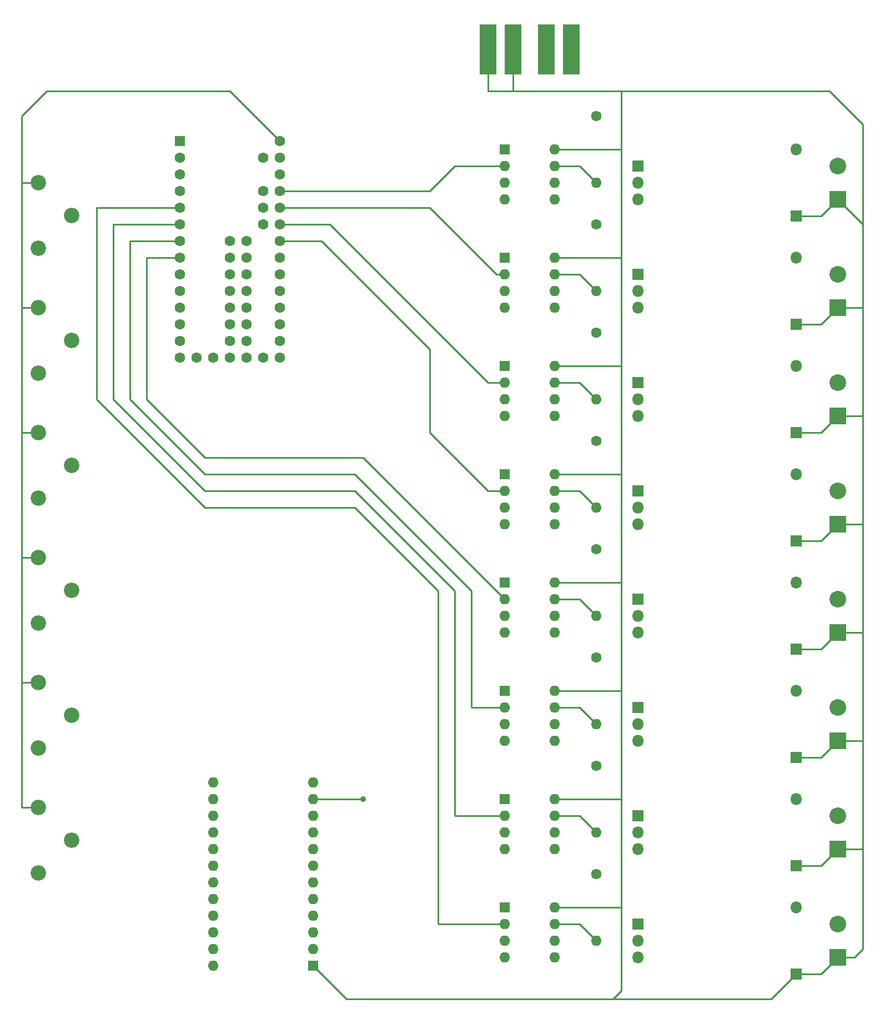
<source format=gtl>
G04 #@! TF.FileFunction,Copper,L1,Top,Signal*
%FSLAX46Y46*%
G04 Gerber Fmt 4.6, Leading zero omitted, Abs format (unit mm)*
G04 Created by KiCad (PCBNEW (2017-02-01 revision d1f8dbb)-4.0) date Tue Apr 11 00:13:50 2017*
%MOMM*%
%LPD*%
G01*
G04 APERTURE LIST*
%ADD10C,0.150000*%
%ADD11R,1.800000X1.800000*%
%ADD12O,1.800000X1.800000*%
%ADD13R,1.600000X1.600000*%
%ADD14O,1.600000X1.600000*%
%ADD15C,1.600000*%
%ADD16C,2.340000*%
%ADD17R,2.540000X7.620000*%
%ADD18R,2.540000X2.540000*%
%ADD19C,2.540000*%
%ADD20C,0.889000*%
%ADD21C,0.254000*%
G04 APERTURE END LIST*
D10*
D11*
X162560000Y-74930000D03*
D12*
X162560000Y-77470000D03*
X162560000Y-80010000D03*
D11*
X162560000Y-173990000D03*
D12*
X162560000Y-176530000D03*
X162560000Y-179070000D03*
D13*
X113030000Y-196850000D03*
D14*
X97790000Y-168910000D03*
X113030000Y-194310000D03*
X97790000Y-171450000D03*
X113030000Y-191770000D03*
X97790000Y-173990000D03*
X113030000Y-189230000D03*
X97790000Y-176530000D03*
X113030000Y-186690000D03*
X97790000Y-179070000D03*
X113030000Y-184150000D03*
X97790000Y-181610000D03*
X113030000Y-181610000D03*
X97790000Y-184150000D03*
X113030000Y-179070000D03*
X97790000Y-186690000D03*
X113030000Y-176530000D03*
X97790000Y-189230000D03*
X113030000Y-173990000D03*
X97790000Y-191770000D03*
X113030000Y-171450000D03*
X97790000Y-194310000D03*
X113030000Y-168910000D03*
X97790000Y-196850000D03*
D13*
X142240000Y-187960000D03*
D14*
X149860000Y-195580000D03*
X142240000Y-190500000D03*
X149860000Y-193040000D03*
X142240000Y-193040000D03*
X149860000Y-190500000D03*
X142240000Y-195580000D03*
X149860000Y-187960000D03*
D15*
X100330000Y-104140000D03*
X102870000Y-104140000D03*
X105410000Y-104140000D03*
X107950000Y-104140000D03*
X97790000Y-104140000D03*
X95250000Y-104140000D03*
X92710000Y-104140000D03*
X107950000Y-101600000D03*
X107950000Y-99060000D03*
X107950000Y-96520000D03*
X107950000Y-93980000D03*
X107950000Y-91440000D03*
X107950000Y-88900000D03*
X107950000Y-86360000D03*
X107950000Y-83820000D03*
X107950000Y-81280000D03*
X107950000Y-78740000D03*
X107950000Y-76200000D03*
X107950000Y-73660000D03*
X107950000Y-71120000D03*
X105410000Y-73660000D03*
X105410000Y-78740000D03*
X105410000Y-81280000D03*
X105410000Y-83820000D03*
X92710000Y-101600000D03*
X92710000Y-99060000D03*
X92710000Y-96520000D03*
X92710000Y-93980000D03*
X92710000Y-91440000D03*
X92710000Y-88900000D03*
X92710000Y-86360000D03*
X92710000Y-83820000D03*
X92710000Y-81280000D03*
X92710000Y-78740000D03*
X92710000Y-76200000D03*
X92710000Y-73660000D03*
D13*
X92710000Y-71120000D03*
D15*
X100330000Y-86360000D03*
X100330000Y-88900000D03*
X100330000Y-91440000D03*
X100330000Y-93980000D03*
X100330000Y-96520000D03*
X100330000Y-99060000D03*
X100330000Y-101600000D03*
X102870000Y-101600000D03*
X102870000Y-99060000D03*
X102870000Y-96520000D03*
X102870000Y-93980000D03*
X102870000Y-91440000D03*
X102870000Y-88900000D03*
X102870000Y-86360000D03*
D13*
X142240000Y-171450000D03*
D14*
X149860000Y-179070000D03*
X142240000Y-173990000D03*
X149860000Y-176530000D03*
X142240000Y-176530000D03*
X149860000Y-173990000D03*
X142240000Y-179070000D03*
X149860000Y-171450000D03*
D13*
X142240000Y-154940000D03*
D14*
X149860000Y-162560000D03*
X142240000Y-157480000D03*
X149860000Y-160020000D03*
X142240000Y-160020000D03*
X149860000Y-157480000D03*
X142240000Y-162560000D03*
X149860000Y-154940000D03*
D13*
X142240000Y-138430000D03*
D14*
X149860000Y-146050000D03*
X142240000Y-140970000D03*
X149860000Y-143510000D03*
X142240000Y-143510000D03*
X149860000Y-140970000D03*
X142240000Y-146050000D03*
X149860000Y-138430000D03*
D13*
X142240000Y-72390000D03*
D14*
X149860000Y-80010000D03*
X142240000Y-74930000D03*
X149860000Y-77470000D03*
X142240000Y-77470000D03*
X149860000Y-74930000D03*
X142240000Y-80010000D03*
X149860000Y-72390000D03*
D13*
X142240000Y-88900000D03*
D14*
X149860000Y-96520000D03*
X142240000Y-91440000D03*
X149860000Y-93980000D03*
X142240000Y-93980000D03*
X149860000Y-91440000D03*
X142240000Y-96520000D03*
X149860000Y-88900000D03*
D13*
X142240000Y-105410000D03*
D14*
X149860000Y-113030000D03*
X142240000Y-107950000D03*
X149860000Y-110490000D03*
X142240000Y-110490000D03*
X149860000Y-107950000D03*
X142240000Y-113030000D03*
X149860000Y-105410000D03*
D13*
X142240000Y-121920000D03*
D14*
X149860000Y-129540000D03*
X142240000Y-124460000D03*
X149860000Y-127000000D03*
X142240000Y-127000000D03*
X149860000Y-124460000D03*
X142240000Y-129540000D03*
X149860000Y-121920000D03*
D16*
X71120000Y-87470000D03*
X76120000Y-82470000D03*
X71120000Y-77470000D03*
X71120000Y-106520000D03*
X76120000Y-101520000D03*
X71120000Y-96520000D03*
X71120000Y-125570000D03*
X76120000Y-120570000D03*
X71120000Y-115570000D03*
X71120000Y-182720000D03*
X76120000Y-177720000D03*
X71120000Y-172720000D03*
X71120000Y-144620000D03*
X76120000Y-139620000D03*
X71120000Y-134620000D03*
X71120000Y-163670000D03*
X76120000Y-158670000D03*
X71120000Y-153670000D03*
D17*
X152400000Y-57150000D03*
X143510000Y-57150000D03*
X139700000Y-57150000D03*
X148590000Y-57150000D03*
D11*
X186690000Y-198120000D03*
D12*
X186690000Y-187960000D03*
D11*
X186690000Y-181610000D03*
D12*
X186690000Y-171450000D03*
D11*
X186690000Y-165100000D03*
D12*
X186690000Y-154940000D03*
D11*
X186690000Y-148590000D03*
D12*
X186690000Y-138430000D03*
D11*
X186690000Y-82550000D03*
D12*
X186690000Y-72390000D03*
D11*
X186690000Y-99060000D03*
D12*
X186690000Y-88900000D03*
D11*
X186690000Y-115570000D03*
D12*
X186690000Y-105410000D03*
D15*
X156210000Y-182880000D03*
D14*
X156210000Y-193040000D03*
D15*
X156210000Y-166370000D03*
D14*
X156210000Y-176530000D03*
D15*
X156210000Y-149860000D03*
D14*
X156210000Y-160020000D03*
D15*
X156210000Y-100330000D03*
D14*
X156210000Y-110490000D03*
D15*
X156210000Y-116840000D03*
D14*
X156210000Y-127000000D03*
D15*
X156210000Y-133350000D03*
D14*
X156210000Y-143510000D03*
D15*
X156210000Y-67310000D03*
D14*
X156210000Y-77470000D03*
D15*
X156210000Y-83820000D03*
D14*
X156210000Y-93980000D03*
D18*
X193040000Y-195580000D03*
D19*
X193040000Y-190500000D03*
D18*
X193040000Y-179070000D03*
D19*
X193040000Y-173990000D03*
D18*
X193040000Y-162560000D03*
D19*
X193040000Y-157480000D03*
D18*
X193040000Y-146050000D03*
D19*
X193040000Y-140970000D03*
D18*
X193040000Y-80010000D03*
D19*
X193040000Y-74930000D03*
D18*
X193040000Y-96520000D03*
D19*
X193040000Y-91440000D03*
D18*
X193040000Y-113030000D03*
D19*
X193040000Y-107950000D03*
D18*
X193040000Y-129540000D03*
D19*
X193040000Y-124460000D03*
D11*
X186690000Y-132080000D03*
D12*
X186690000Y-121920000D03*
D11*
X162560000Y-190500000D03*
D12*
X162560000Y-193040000D03*
X162560000Y-195580000D03*
D11*
X162560000Y-157480000D03*
D12*
X162560000Y-160020000D03*
X162560000Y-162560000D03*
D11*
X162560000Y-140970000D03*
D12*
X162560000Y-143510000D03*
X162560000Y-146050000D03*
D11*
X162560000Y-91440000D03*
D12*
X162560000Y-93980000D03*
X162560000Y-96520000D03*
D11*
X162560000Y-107950000D03*
D12*
X162560000Y-110490000D03*
X162560000Y-113030000D03*
D11*
X162560000Y-124460000D03*
D12*
X162560000Y-127000000D03*
X162560000Y-129540000D03*
D20*
X120650000Y-171450000D03*
D21*
X149860000Y-190500000D02*
X153670000Y-190500000D01*
X153670000Y-190500000D02*
X156210000Y-193040000D01*
X149860000Y-157480000D02*
X153670000Y-157480000D01*
X153670000Y-157480000D02*
X156210000Y-160020000D01*
X149860000Y-107950000D02*
X153670000Y-107950000D01*
X153670000Y-107950000D02*
X156210000Y-110490000D01*
X160020000Y-72390000D02*
X160020000Y-63500000D01*
X160020000Y-88900000D02*
X160020000Y-72390000D01*
X160020000Y-72390000D02*
X149860000Y-72390000D01*
X160020000Y-105410000D02*
X160020000Y-88900000D01*
X160020000Y-88900000D02*
X149860000Y-88900000D01*
X160020000Y-121920000D02*
X160020000Y-105410000D01*
X160020000Y-105410000D02*
X149860000Y-105410000D01*
X160020000Y-138430000D02*
X160020000Y-121920000D01*
X160020000Y-121920000D02*
X149860000Y-121920000D01*
X160020000Y-154940000D02*
X160020000Y-138430000D01*
X160020000Y-138430000D02*
X149860000Y-138430000D01*
X196850000Y-83820000D02*
X196850000Y-68580000D01*
X196850000Y-68580000D02*
X191770000Y-63500000D01*
X191770000Y-63500000D02*
X160020000Y-63500000D01*
X160020000Y-63500000D02*
X143510000Y-63500000D01*
X193040000Y-80010000D02*
X190500000Y-82550000D01*
X190500000Y-82550000D02*
X186690000Y-82550000D01*
X196850000Y-96520000D02*
X193040000Y-96520000D01*
X193040000Y-96520000D02*
X190500000Y-99060000D01*
X190500000Y-99060000D02*
X186690000Y-99060000D01*
X196850000Y-113030000D02*
X193040000Y-113030000D01*
X193040000Y-113030000D02*
X190500000Y-115570000D01*
X190500000Y-115570000D02*
X186690000Y-115570000D01*
X196850000Y-129540000D02*
X193040000Y-129540000D01*
X193040000Y-129540000D02*
X190500000Y-132080000D01*
X190500000Y-132080000D02*
X186690000Y-132080000D01*
X196850000Y-146050000D02*
X193040000Y-146050000D01*
X193040000Y-146050000D02*
X190500000Y-148590000D01*
X190500000Y-148590000D02*
X186690000Y-148590000D01*
X196850000Y-162560000D02*
X193040000Y-162560000D01*
X193040000Y-162560000D02*
X190500000Y-165100000D01*
X190500000Y-165100000D02*
X186690000Y-165100000D01*
X196850000Y-179070000D02*
X193040000Y-179070000D01*
X193040000Y-179070000D02*
X190500000Y-181610000D01*
X190500000Y-181610000D02*
X186690000Y-181610000D01*
X193040000Y-195580000D02*
X195580000Y-195580000D01*
X196850000Y-83820000D02*
X193040000Y-80010000D01*
X196850000Y-194310000D02*
X196850000Y-179070000D01*
X196850000Y-179070000D02*
X196850000Y-162560000D01*
X196850000Y-162560000D02*
X196850000Y-146050000D01*
X196850000Y-146050000D02*
X196850000Y-129540000D01*
X196850000Y-129540000D02*
X196850000Y-113030000D01*
X196850000Y-113030000D02*
X196850000Y-96520000D01*
X196850000Y-96520000D02*
X196850000Y-83820000D01*
X195580000Y-195580000D02*
X196850000Y-194310000D01*
X186690000Y-198120000D02*
X190500000Y-198120000D01*
X190500000Y-198120000D02*
X193040000Y-195580000D01*
X158750000Y-201930000D02*
X182880000Y-201930000D01*
X182880000Y-201930000D02*
X186690000Y-198120000D01*
X139700000Y-57150000D02*
X139700000Y-63500000D01*
X139700000Y-63500000D02*
X143510000Y-63500000D01*
X143510000Y-63500000D02*
X143510000Y-57150000D01*
X160020000Y-187960000D02*
X160020000Y-200660000D01*
X118110000Y-201930000D02*
X113030000Y-196850000D01*
X158750000Y-201930000D02*
X118110000Y-201930000D01*
X160020000Y-200660000D02*
X158750000Y-201930000D01*
X160020000Y-171450000D02*
X160020000Y-154940000D01*
X160020000Y-154940000D02*
X149860000Y-154940000D01*
X149860000Y-187960000D02*
X160020000Y-187960000D01*
X160020000Y-171450000D02*
X149860000Y-171450000D01*
X160020000Y-187960000D02*
X160020000Y-171450000D01*
X149860000Y-173990000D02*
X153670000Y-173990000D01*
X153670000Y-173990000D02*
X156210000Y-176530000D01*
X149860000Y-124460000D02*
X153670000Y-124460000D01*
X153670000Y-124460000D02*
X156210000Y-127000000D01*
X149860000Y-140970000D02*
X153670000Y-140970000D01*
X153670000Y-140970000D02*
X156210000Y-143510000D01*
X149860000Y-74930000D02*
X153670000Y-74930000D01*
X153670000Y-74930000D02*
X156210000Y-77470000D01*
X149860000Y-91440000D02*
X153670000Y-91440000D01*
X153670000Y-91440000D02*
X156210000Y-93980000D01*
X107950000Y-86360000D02*
X114300000Y-86360000D01*
X139700000Y-124460000D02*
X142240000Y-124460000D01*
X130810000Y-115570000D02*
X139700000Y-124460000D01*
X130810000Y-102870000D02*
X130810000Y-115570000D01*
X114300000Y-86360000D02*
X130810000Y-102870000D01*
X107950000Y-83820000D02*
X115570000Y-83820000D01*
X139700000Y-107950000D02*
X142240000Y-107950000D01*
X115570000Y-83820000D02*
X139700000Y-107950000D01*
X107950000Y-81280000D02*
X130810000Y-81280000D01*
X140970000Y-91440000D02*
X142240000Y-91440000D01*
X130810000Y-81280000D02*
X140970000Y-91440000D01*
X107950000Y-78740000D02*
X130810000Y-78740000D01*
X134620000Y-74930000D02*
X142240000Y-74930000D01*
X130810000Y-78740000D02*
X134620000Y-74930000D01*
X92710000Y-88900000D02*
X87630000Y-88900000D01*
X137160000Y-135890000D02*
X142240000Y-140970000D01*
X120650000Y-119380000D02*
X137160000Y-135890000D01*
X96520000Y-119380000D02*
X120650000Y-119380000D01*
X87630000Y-110490000D02*
X96520000Y-119380000D01*
X87630000Y-88900000D02*
X87630000Y-110490000D01*
X92710000Y-86360000D02*
X85090000Y-86360000D01*
X137160000Y-157480000D02*
X142240000Y-157480000D01*
X137160000Y-139700000D02*
X137160000Y-157480000D01*
X119380000Y-121920000D02*
X137160000Y-139700000D01*
X96520000Y-121920000D02*
X119380000Y-121920000D01*
X85090000Y-110490000D02*
X96520000Y-121920000D01*
X85090000Y-86360000D02*
X85090000Y-110490000D01*
X92710000Y-83820000D02*
X82550000Y-83820000D01*
X134620000Y-173990000D02*
X142240000Y-173990000D01*
X134620000Y-139700000D02*
X134620000Y-173990000D01*
X119380000Y-124460000D02*
X134620000Y-139700000D01*
X96520000Y-124460000D02*
X119380000Y-124460000D01*
X82550000Y-110490000D02*
X96520000Y-124460000D01*
X82550000Y-83820000D02*
X82550000Y-110490000D01*
X92710000Y-81280000D02*
X80010000Y-81280000D01*
X132080000Y-190500000D02*
X142240000Y-190500000D01*
X132080000Y-139700000D02*
X132080000Y-190500000D01*
X119380000Y-127000000D02*
X132080000Y-139700000D01*
X96520000Y-127000000D02*
X119380000Y-127000000D01*
X80010000Y-110490000D02*
X96520000Y-127000000D01*
X80010000Y-81280000D02*
X80010000Y-110490000D01*
X113030000Y-171450000D02*
X120650000Y-171450000D01*
X71120000Y-153670000D02*
X68580000Y-153670000D01*
X71120000Y-172720000D02*
X68580000Y-172720000D01*
X68580000Y-172720000D02*
X68580000Y-153670000D01*
X68580000Y-153670000D02*
X68580000Y-134620000D01*
X68580000Y-115570000D02*
X68580000Y-134620000D01*
X68580000Y-134620000D02*
X71120000Y-134620000D01*
X68580000Y-96520000D02*
X68580000Y-115570000D01*
X68580000Y-115570000D02*
X71120000Y-115570000D01*
X71120000Y-77470000D02*
X68580000Y-77470000D01*
X71120000Y-96520000D02*
X68580000Y-96520000D01*
X68580000Y-96520000D02*
X68580000Y-77470000D01*
X68580000Y-77470000D02*
X68580000Y-74930000D01*
X107950000Y-71120000D02*
X100330000Y-63500000D01*
X68580000Y-67310000D02*
X68580000Y-74930000D01*
X72390000Y-63500000D02*
X68580000Y-67310000D01*
X100330000Y-63500000D02*
X72390000Y-63500000D01*
M02*

</source>
